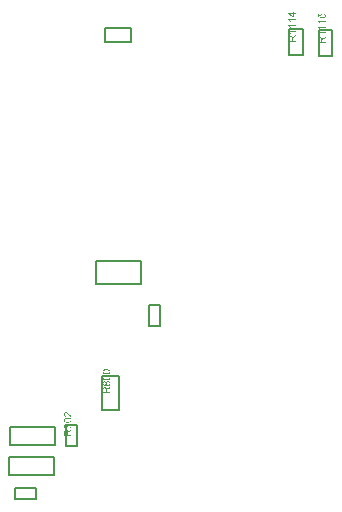
<source format=gbr>
%FSTAX23Y23*%
%MOIN*%
%SFA1B1*%

%IPPOS*%
%ADD139C,0.007874*%
%LNx98_carrier_v1r2_12082022_top_assembly-1*%
%LPD*%
G36*
X00231Y00318D02*
X00231D01*
X00231*
X00231*
X0023Y00318*
X0023Y00318*
X0023Y00318*
X00229Y00319*
X00229Y00319*
X00229*
X00229Y00319*
X00229Y00319*
X00228Y00319*
X00228Y00319*
X00227Y00319*
X00227Y0032*
X00226Y0032*
X00226Y00321*
X00226*
X00225Y00321*
X00225Y00321*
X00225Y00321*
X00224Y00322*
X00224Y00322*
X00223Y00323*
X00223Y00324*
X00222Y00325*
X00222Y00325*
X00222Y00325*
X00221Y00325*
X00221Y00325*
X00221Y00326*
X00221Y00326*
X0022Y00327*
X0022Y00327*
X00219Y00328*
X00218Y00329*
X00218Y00329*
X00217Y0033*
X00217Y0033*
X00216Y0033*
X00216*
X00216Y0033*
X00216Y0033*
X00216Y00331*
X00216Y00331*
X00215Y00331*
X00215Y00331*
X00214Y00332*
X00213Y00332*
X00213Y00332*
X00213*
X00213*
X00212Y00332*
X00212Y00332*
X00212Y00332*
X00211Y00332*
X00211Y00331*
X0021Y00331*
X0021Y0033*
X0021Y0033*
X00209Y0033*
X00209Y0033*
X00209Y0033*
X00209Y00329*
X00208Y00328*
X00208Y00328*
X00208Y00327*
Y00327*
X00208Y00327*
X00208Y00326*
X00208Y00326*
X00209Y00325*
X00209Y00325*
X00209Y00324*
X0021Y00323*
X0021Y00323*
X0021Y00323*
X0021Y00323*
X00211Y00323*
X00211Y00323*
X00212Y00322*
X00213Y00322*
X00213Y00322*
X00213Y00319*
X00213*
X00213Y00319*
X00213*
X00212Y00319*
X00212Y00319*
X00212Y00319*
X00211Y00319*
X00211Y00319*
X0021Y0032*
X00209Y0032*
X00209Y0032*
X00208Y00321*
X00208Y00321*
X00208Y00321*
X00208Y00321*
X00208Y00321*
X00207Y00322*
X00207Y00322*
X00207Y00322*
X00207Y00322*
X00207Y00323*
X00207Y00323*
X00207Y00323*
X00206Y00324*
X00206Y00324*
X00206Y00325*
X00206Y00325*
X00206Y00326*
X00206Y00326*
X00206Y00327*
Y00327*
X00206Y00328*
X00206Y00328*
X00206Y00328*
X00206Y00329*
X00206Y00329*
X00206Y0033*
X00207Y00331*
X00207Y00332*
X00207Y00332*
X00207Y00332*
X00208Y00333*
X00208Y00333*
X00208Y00333*
X00208Y00333*
X00208Y00333*
X00208Y00333*
X00209Y00334*
X00209Y00334*
X00209Y00334*
X0021Y00334*
X00211Y00335*
X00211Y00335*
X00212Y00335*
X00212Y00335*
X00213Y00335*
X00213*
X00213*
X00213Y00335*
X00214Y00335*
X00214Y00335*
X00215Y00335*
X00215Y00335*
X00216Y00334*
X00216Y00334*
X00216Y00334*
X00216Y00334*
X00217Y00334*
X00217Y00334*
X00218Y00333*
X00218Y00333*
X00219Y00332*
X00219Y00332*
X00219Y00332*
X00219Y00332*
X00219Y00332*
X0022Y00331*
X0022Y00331*
X0022Y00331*
X00221Y0033*
X00221Y0033*
X00221Y0033*
X00222Y00329*
X00222Y00329*
X00223Y00328*
X00223Y00328*
X00223Y00327*
X00223Y00327*
X00223Y00327*
X00224Y00327*
X00224Y00327*
X00224Y00327*
X00225Y00326*
X00225Y00325*
X00226Y00325*
X00226Y00324*
X00226Y00324*
X00226Y00324*
X00226Y00324*
X00227Y00324*
X00227Y00324*
X00227Y00323*
X00227Y00323*
X00227Y00323*
X00228Y00323*
Y00335*
X00231*
Y00318*
G37*
G36*
X0022Y00316D02*
X0022D01*
X00221Y00316*
X00221Y00316*
X00222Y00315*
X00224Y00315*
X00225Y00315*
X00225Y00315*
X00226Y00315*
X00226*
X00226Y00315*
X00226Y00315*
X00226Y00315*
X00227Y00314*
X00227Y00314*
X00227Y00314*
X00228Y00314*
X00229Y00313*
X00229Y00313*
X0023Y00312*
Y00312*
X0023Y00312*
X0023Y00312*
X0023Y00312*
X0023Y00311*
X00231Y00311*
X00231Y00311*
X00231Y0031*
X00231Y00309*
X00231Y00308*
X00232Y00307*
Y00307*
X00231Y00307*
X00231Y00306*
X00231Y00306*
X00231Y00306*
X00231Y00305*
X00231Y00305*
X00231Y00304*
X00231Y00304*
X0023Y00303*
X0023Y00303*
X0023Y00302*
X00229Y00302*
X00229Y00302*
X00229Y00302*
X00229Y00302*
X00229Y00301*
X00228Y00301*
X00228Y00301*
X00228Y00301*
X00227Y00301*
X00226Y003*
X00226Y003*
X00225Y003*
X00224Y003*
X00223Y003*
X00222Y00299*
X00221Y00299*
X0022Y00299*
X00219Y00299*
X00219*
X00218*
X00218*
X00218*
X00218Y00299*
X00217*
X00217Y00299*
X00216Y00299*
X00215Y00299*
X00214Y003*
X00213Y003*
X00212Y003*
X00211Y003*
X00211*
X00211Y003*
X00211Y003*
X00211Y003*
X00211Y003*
X0021Y003*
X0021Y00301*
X00209Y00301*
X00209Y00302*
X00208Y00302*
X00207Y00303*
Y00303*
X00207Y00303*
X00207Y00303*
X00207Y00303*
X00207Y00303*
X00207Y00304*
X00206Y00304*
X00206Y00305*
X00206Y00306*
X00206Y00306*
X00206Y00307*
Y00308*
X00206Y00308*
X00206Y00309*
X00206Y00309*
X00206Y0031*
X00206Y0031*
X00207Y00311*
Y00311*
X00207Y00311*
X00207Y00311*
X00207Y00311*
X00207Y00312*
X00208Y00312*
X00208Y00313*
X00208Y00313*
X00209Y00313*
X00209Y00314*
X00209Y00314*
X0021Y00314*
X0021Y00314*
X00211Y00314*
X00211Y00315*
X00212Y00315*
X00213Y00315*
X00213*
X00213Y00315*
X00213Y00315*
X00213Y00315*
X00213Y00315*
X00214Y00315*
X00214Y00315*
X00214Y00315*
X00215Y00315*
X00215Y00315*
X00216Y00315*
X00216Y00316*
X00217Y00316*
X00217*
X00218Y00316*
X00219*
X00219*
X00219*
X00219*
X00219*
X0022Y00316*
G37*
G36*
X00224Y00296D02*
X00225Y00296D01*
X00225Y00296*
X00225Y00296*
X00226Y00296*
X00227Y00296*
X00227Y00295*
X00228Y00295*
X00228Y00295*
X00228Y00295*
X00229Y00294*
X00229Y00294*
X00229Y00294*
X00229Y00294*
X0023Y00294*
X0023Y00293*
X0023Y00293*
X0023Y00293*
X0023Y00293*
X0023Y00292*
X00231Y00292*
X00231Y00291*
X00231Y00291*
X00231Y0029*
X00231Y0029*
X00231Y00289*
X00231Y00289*
X00232Y00288*
Y00287*
X00231Y00287*
X00231Y00287*
X00231Y00287*
X00231Y00286*
X00231Y00286*
X00231Y00285*
X00231Y00284*
X00231Y00284*
X0023Y00283*
X0023Y00283*
X0023Y00282*
X00229Y00282*
X00229Y00282*
X00229Y00282*
X00229Y00282*
X00229Y00281*
X00229Y00281*
X00228Y00281*
X00228Y00281*
X00228Y00281*
X00227Y0028*
X00227Y0028*
X00226Y0028*
X00226Y0028*
X00225Y0028*
X00224Y0028*
X00224Y0028*
X00224*
X00224*
X00224*
X00223Y0028*
X00223*
X00223Y0028*
X00222Y0028*
X00222Y0028*
X00221Y0028*
X0022Y0028*
X0022Y00281*
X0022*
X0022Y00281*
X00219Y00281*
X00219Y00281*
X00219Y00282*
X00218Y00282*
X00218Y00283*
X00218Y00284*
X00217Y00284*
Y00284*
X00217Y00284*
X00217Y00284*
X00217Y00284*
X00217Y00284*
X00217Y00283*
X00217Y00283*
X00216Y00282*
X00216Y00282*
X00215Y00281*
X00215Y00281*
X00215Y00281*
X00215Y00281*
X00215Y00281*
X00214Y00281*
X00214Y00281*
X00213Y00281*
X00212Y00281*
X00212*
X00212*
X00212*
X00212Y00281*
X00212Y00281*
X00211Y00281*
X00211Y00281*
X0021Y00281*
X00209Y00281*
X00209Y00282*
X00208Y00282*
X00208Y00282*
X00208Y00283*
X00208Y00283*
X00208Y00283*
X00207Y00283*
X00207Y00283*
X00207Y00283*
X00207Y00283*
X00207Y00284*
X00207Y00284*
X00207Y00284*
X00206Y00285*
X00206Y00285*
X00206Y00286*
X00206Y00287*
X00206Y00287*
X00206Y00288*
Y00288*
X00206Y00288*
X00206Y00289*
X00206Y00289*
X00206Y00289*
X00206Y0029*
X00206Y00291*
X00207Y00291*
X00207Y00292*
X00207Y00292*
X00207Y00293*
X00208Y00293*
X00208Y00293*
X00208Y00293*
X00208Y00293*
X00208Y00293*
X00208Y00294*
X00208Y00294*
X00209Y00294*
X0021Y00294*
X0021Y00295*
X00211Y00295*
X00212Y00295*
X00212Y00295*
X00212*
X00212*
X00213*
X00213Y00295*
X00213Y00295*
X00214Y00295*
X00214Y00295*
X00215Y00295*
X00215Y00294*
X00216Y00294*
X00216Y00294*
X00216Y00294*
X00216Y00294*
X00217Y00293*
X00217Y00293*
X00217Y00292*
X00217Y00291*
Y00291*
X00217Y00292*
X00218Y00292*
X00218Y00292*
X00218Y00292*
X00218Y00293*
X00218Y00293*
X00219Y00294*
X00219Y00294*
X0022Y00295*
X0022*
X0022Y00295*
X0022Y00295*
X00221Y00295*
X00221Y00296*
X00222Y00296*
X00222Y00296*
X00223Y00296*
X00224Y00296*
X00224*
X00224*
X00224*
X00224Y00296*
G37*
G36*
X00231Y00273D02*
X00226Y0027D01*
X00226*
X00226Y0027*
X00226Y0027*
X00225Y0027*
X00225Y0027*
X00225Y00269*
X00224Y00269*
X00223Y00269*
X00223Y00268*
X00222Y00268*
X00222Y00268*
X00222Y00268*
X00222Y00267*
X00222Y00267*
X00221Y00267*
X00221Y00266*
X00221Y00266*
X00221Y00266*
X00221Y00266*
X00221Y00266*
X0022Y00266*
X0022Y00265*
X0022Y00265*
X0022Y00265*
Y00264*
X0022Y00264*
Y00264*
X0022Y00264*
X0022Y00264*
Y00264*
X0022Y00263*
Y00259*
X00231*
Y00255*
X00206*
Y00267*
X00206Y00267*
Y00268*
X00206Y00269*
X00206Y00269*
X00206Y0027*
X00206Y00271*
X00206Y00271*
X00207Y00272*
Y00272*
X00207Y00272*
X00207Y00272*
X00207Y00272*
X00207Y00273*
X00207Y00273*
X00208Y00274*
X00208Y00274*
X00209Y00275*
X00209*
X00209Y00275*
X00209Y00275*
X0021Y00275*
X0021Y00275*
X00211Y00275*
X00211Y00275*
X00212Y00276*
X00213Y00276*
X00213*
X00213*
X00213*
X00213Y00276*
X00213*
X00214Y00276*
X00214Y00275*
X00215Y00275*
X00216Y00275*
X00217Y00274*
X00217Y00274*
X00217Y00274*
X00217Y00274*
X00217Y00274*
X00217Y00274*
X00218Y00274*
X00218Y00273*
X00218Y00273*
X00218Y00273*
X00218Y00273*
X00218Y00272*
X00219Y00272*
X00219Y00271*
X00219Y00271*
X00219Y0027*
X00219Y0027*
X00219Y00269*
X0022Y00269*
X0022Y00269*
X0022Y00269*
X0022Y00269*
X0022Y00269*
X0022Y0027*
X00221Y0027*
X00221Y00271*
X00221Y00271*
X00221Y00271*
X00221Y00271*
X00222Y00271*
X00222Y00272*
X00223Y00272*
X00223Y00273*
X00224Y00273*
X00231Y00278*
Y00273*
G37*
G36*
X0107Y01664D02*
X0107Y01664D01*
X01071Y01664*
X01071Y01664*
X01072Y01663*
X01072Y01663*
X01073Y01663*
X01074Y01663*
X01074Y01662*
X01075Y01662*
X01075Y01662*
X01075Y01662*
X01076Y01662*
X01076Y01661*
X01076Y01661*
X01076Y01661*
X01076Y01661*
X01077Y0166*
X01077Y0166*
X01077Y0166*
X01078Y01659*
X01078Y01658*
X01078Y01658*
X01078Y01657*
X01078Y01657*
X01078Y01656*
X01079Y01655*
Y01655*
X01078Y01655*
X01078Y01654*
X01078Y01654*
X01078Y01653*
X01078Y01653*
X01078Y01652*
X01078Y01651*
X01077Y01651*
X01077Y0165*
X01077Y0165*
X01077Y01649*
X01077Y01649*
X01077Y01649*
X01076Y01649*
X01076Y01649*
X01076Y01649*
X01076Y01649*
X01076Y01649*
X01075Y01648*
X01075Y01648*
X01074Y01648*
X01074Y01648*
X01073Y01647*
X01072Y01647*
X01071Y01647*
X01071Y0165*
X01071*
X01071*
X01071Y0165*
X01072Y0165*
X01072Y0165*
X01073Y01651*
X01073Y01651*
X01074Y01651*
X01074Y01651*
X01075Y01652*
X01075Y01652*
X01075Y01652*
X01075Y01652*
X01075Y01653*
X01076Y01653*
X01076Y01654*
X01076Y01654*
X01076Y01655*
Y01655*
X01076Y01655*
X01076Y01656*
X01076Y01656*
X01076Y01657*
X01075Y01658*
X01075Y01658*
X01075Y01659*
X01074Y01659*
X01074Y01659*
X01074Y01659*
X01074Y01659*
X01074Y01659*
X01074Y01659*
X01073Y0166*
X01072Y0166*
X01072Y0166*
X01071Y0166*
X0107Y0166*
X0107*
X0107*
X0107*
X0107*
X01069Y0166*
X01069*
X01069Y0166*
X01068Y0166*
X01068Y0166*
X01067Y0166*
X01066Y01659*
X01066Y01659*
X01066*
X01066Y01659*
X01065Y01659*
X01065Y01658*
X01065Y01658*
X01065Y01657*
X01064Y01657*
X01064Y01656*
X01064Y01655*
Y01655*
X01064Y01655*
X01064Y01654*
X01064Y01654*
X01064Y01653*
X01065Y01653*
X01065Y01652*
X01065Y01652*
X01065Y01652*
X01065Y01652*
X01065Y01652*
X01066Y01651*
X01066Y01651*
X01066Y01651*
X01067Y0165*
X01066Y01648*
X01053Y0165*
Y01663*
X01056*
Y01652*
X01063Y01651*
X01063Y01651*
X01063Y01651*
X01063Y01651*
X01063Y01651*
X01063Y01652*
X01062Y01652*
X01062Y01653*
X01062Y01653*
X01062Y01654*
X01061Y01655*
X01061Y01655*
Y01656*
X01061Y01656*
X01061Y01657*
X01061Y01657*
X01062Y01657*
X01062Y01658*
X01062Y01659*
X01062Y01659*
X01062Y0166*
X01063Y0166*
X01063Y01661*
X01063Y01661*
X01064Y01661*
X01064Y01661*
X01064Y01662*
X01064Y01662*
X01064Y01662*
X01064Y01662*
X01065Y01662*
X01065Y01662*
X01065Y01663*
X01066Y01663*
X01066Y01663*
X01067Y01663*
X01067Y01663*
X01068Y01663*
X01068Y01664*
X01069Y01664*
X0107Y01664*
X0107*
X0107*
X0107*
X0107Y01664*
G37*
G36*
X01078Y01636D02*
X01058D01*
X01058Y01636*
X01059Y01636*
X01059Y01636*
X01059Y01635*
X01059Y01635*
X0106Y01634*
X0106Y01634*
X01061Y01633*
Y01633*
X01061Y01633*
X01061Y01633*
X01061Y01632*
X01061Y01632*
X01061Y01631*
X01062Y01631*
X01062Y0163*
X01062Y0163*
X01059*
Y0163*
X01059Y0163*
X01059Y0163*
X01059Y0163*
X01059Y0163*
X01059Y01631*
X01058Y01631*
X01058Y01632*
X01057Y01633*
X01057Y01634*
X01056Y01634*
X01056Y01634*
X01056Y01634*
X01056Y01634*
X01056Y01635*
X01055Y01635*
X01055Y01635*
X01055Y01636*
X01054Y01636*
X01053Y01637*
X01053Y01637*
Y01639*
X01078*
Y01636*
G37*
G36*
Y01616D02*
X01058D01*
X01058Y01616*
X01059Y01616*
X01059Y01616*
X01059Y01616*
X01059Y01615*
X0106Y01615*
X0106Y01614*
X01061Y01613*
Y01613*
X01061Y01613*
X01061Y01613*
X01061Y01613*
X01061Y01612*
X01061Y01612*
X01062Y01611*
X01062Y01611*
X01062Y0161*
X01059*
Y0161*
X01059Y0161*
X01059Y0161*
X01059Y01611*
X01059Y01611*
X01059Y01611*
X01058Y01612*
X01058Y01612*
X01057Y01613*
X01057Y01614*
X01056Y01615*
X01056Y01615*
X01056Y01615*
X01056Y01615*
X01056Y01615*
X01055Y01615*
X01055Y01616*
X01055Y01616*
X01054Y01617*
X01053Y01617*
X01053Y01617*
Y01619*
X01078*
Y01616*
G37*
G36*
Y01597D02*
X01058D01*
X01058Y01597*
X01059Y01597*
X01059Y01596*
X01059Y01596*
X01059Y01596*
X0106Y01595*
X0106Y01595*
X01061Y01594*
Y01594*
X01061Y01594*
X01061Y01594*
X01061Y01593*
X01061Y01593*
X01061Y01592*
X01062Y01592*
X01062Y01591*
X01062Y01591*
X01059*
Y01591*
X01059Y01591*
X01059Y01591*
X01059Y01591*
X01059Y01591*
X01059Y01592*
X01058Y01592*
X01058Y01593*
X01057Y01594*
X01057Y01594*
X01056Y01595*
X01056Y01595*
X01056Y01595*
X01056Y01595*
X01056Y01595*
X01055Y01596*
X01055Y01596*
X01055Y01597*
X01054Y01597*
X01053Y01598*
X01053Y01598*
Y016*
X01078*
Y01597*
G37*
G36*
Y01582D02*
X01073Y01579D01*
X01073*
X01073Y01579*
X01073Y01579*
X01072Y01579*
X01072Y01578*
X01072Y01578*
X01071Y01578*
X0107Y01577*
X0107Y01577*
X01069Y01576*
X01069Y01576*
X01069Y01576*
X01069Y01576*
X01069Y01576*
X01068Y01575*
X01068Y01575*
X01068Y01575*
X01068Y01575*
X01068Y01575*
X01068Y01574*
X01067Y01574*
X01067Y01574*
X01067Y01574*
X01067Y01573*
Y01573*
X01067Y01573*
Y01573*
X01067Y01573*
X01067Y01572*
Y01572*
X01067Y01572*
Y01568*
X01078*
Y01564*
X01053*
Y01576*
X01053Y01576*
Y01576*
X01053Y01577*
X01053Y01578*
X01053Y01579*
X01053Y0158*
X01053Y0158*
X01054Y0158*
Y0158*
X01054Y01581*
X01054Y01581*
X01054Y01581*
X01054Y01581*
X01054Y01582*
X01055Y01582*
X01055Y01583*
X01056Y01583*
X01056*
X01056Y01583*
X01056Y01583*
X01057Y01584*
X01057Y01584*
X01058Y01584*
X01058Y01584*
X01059Y01584*
X0106Y01584*
X0106*
X0106*
X0106*
X0106Y01584*
X0106*
X01061Y01584*
X01061Y01584*
X01062Y01584*
X01063Y01584*
X01064Y01583*
X01064Y01583*
X01064Y01583*
X01064Y01583*
X01064Y01582*
X01064Y01582*
X01065Y01582*
X01065Y01582*
X01065Y01582*
X01065Y01582*
X01065Y01581*
X01065Y01581*
X01066Y0158*
X01066Y0158*
X01066Y0158*
X01066Y01579*
X01066Y01578*
X01066Y01578*
X01067Y01577*
X01067Y01577*
X01067Y01577*
X01067Y01578*
X01067Y01578*
X01067Y01579*
X01068Y01579*
X01068Y01579*
X01068Y01579*
X01068Y01579*
X01068Y0158*
X01069Y0158*
X01069Y01581*
X0107Y01581*
X0107Y01581*
X01071Y01582*
X01078Y01586*
Y01582*
G37*
G36*
X00973Y01665D02*
X0098D01*
Y01662*
X00973*
Y01651*
X00971*
X00954Y01662*
Y01665*
X00971*
Y01668*
X00973*
Y01665*
G37*
G36*
X0098Y01641D02*
X0096D01*
X0096Y01641*
X0096Y0164*
X0096Y0164*
X0096Y0164*
X00961Y01639*
X00961Y01639*
X00962Y01638*
X00962Y01638*
Y01638*
X00962Y01638*
X00962Y01637*
X00962Y01637*
X00963Y01637*
X00963Y01636*
X00963Y01636*
X00963Y01635*
X00964Y01634*
X00961*
Y01635*
X0096Y01635*
X0096Y01635*
X0096Y01635*
X0096Y01635*
X0096Y01635*
X0096Y01636*
X00959Y01637*
X00959Y01637*
X00958Y01638*
X00958Y01639*
X00958Y01639*
X00958Y01639*
X00957Y01639*
X00957Y01639*
X00957Y0164*
X00956Y0164*
X00956Y01641*
X00955Y01641*
X00955Y01641*
X00954Y01642*
Y01644*
X0098*
Y01641*
G37*
G36*
Y01621D02*
X0096D01*
X0096Y01621*
X0096Y01621*
X0096Y01621*
X0096Y0162*
X00961Y0162*
X00961Y01619*
X00962Y01619*
X00962Y01618*
Y01618*
X00962Y01618*
X00962Y01618*
X00962Y01617*
X00963Y01617*
X00963Y01617*
X00963Y01616*
X00963Y01615*
X00964Y01615*
X00961*
Y01615*
X0096Y01615*
X0096Y01615*
X0096Y01615*
X0096Y01616*
X0096Y01616*
X0096Y01616*
X00959Y01617*
X00959Y01618*
X00958Y01619*
X00958Y01619*
X00958Y01619*
X00958Y01619*
X00957Y0162*
X00957Y0162*
X00957Y0162*
X00956Y0162*
X00956Y01621*
X00955Y01621*
X00955Y01622*
X00954Y01622*
Y01624*
X0098*
Y01621*
G37*
G36*
Y01601D02*
X0096D01*
X0096Y01601*
X0096Y01601*
X0096Y01601*
X0096Y01601*
X00961Y016*
X00961Y016*
X00962Y01599*
X00962Y01599*
Y01599*
X00962Y01598*
X00962Y01598*
X00962Y01598*
X00963Y01597*
X00963Y01597*
X00963Y01596*
X00963Y01596*
X00964Y01595*
X00961*
Y01595*
X0096Y01595*
X0096Y01596*
X0096Y01596*
X0096Y01596*
X0096Y01596*
X0096Y01597*
X00959Y01598*
X00959Y01598*
X00958Y01599*
X00958Y016*
X00958Y016*
X00958Y016*
X00957Y016*
X00957Y016*
X00957Y016*
X00956Y01601*
X00956Y01601*
X00955Y01602*
X00955Y01602*
X00954Y01603*
Y01605*
X0098*
Y01601*
G37*
G36*
Y01587D02*
X00974Y01584D01*
X00974*
X00974Y01583*
X00974Y01583*
X00974Y01583*
X00973Y01583*
X00973Y01583*
X00972Y01582*
X00972Y01582*
X00971Y01581*
X00971Y01581*
X00971Y01581*
X00971Y01581*
X0097Y01581*
X0097Y01581*
X0097Y0158*
X00969Y0158*
X00969Y01579*
X00969Y01579*
X00969Y01579*
X00969Y01579*
X00969Y01579*
X00969Y01579*
X00969Y01578*
X00968Y01578*
Y01578*
X00968Y01578*
Y01578*
X00968Y01577*
X00968Y01577*
Y01577*
X00968Y01576*
Y01572*
X0098*
Y01569*
X00954*
Y01581*
X00954Y01581*
Y01581*
X00954Y01582*
X00954Y01583*
X00955Y01584*
X00955Y01584*
X00955Y01585*
X00955Y01585*
Y01585*
X00955Y01585*
X00955Y01585*
X00955Y01586*
X00956Y01586*
X00956Y01587*
X00956Y01587*
X00957Y01587*
X00957Y01588*
X00957*
X00957Y01588*
X00958Y01588*
X00958Y01588*
X00959Y01588*
X00959Y01589*
X0096Y01589*
X0096Y01589*
X00961Y01589*
X00961*
X00961*
X00961*
X00962Y01589*
X00962*
X00962Y01589*
X00963Y01589*
X00963Y01589*
X00964Y01588*
X00965Y01588*
X00965Y01588*
X00966Y01587*
X00966Y01587*
X00966Y01587*
X00966Y01587*
X00966Y01587*
X00966Y01587*
X00966Y01586*
X00967Y01586*
X00967Y01586*
X00967Y01586*
X00967Y01585*
X00967Y01585*
X00967Y01584*
X00968Y01584*
X00968Y01583*
X00968Y01583*
X00968Y01582*
X00968Y01582*
X00968Y01582*
X00968Y01582*
X00968Y01583*
X00969Y01583*
X00969Y01584*
X00969Y01584*
X00969Y01584*
X0097Y01584*
X0097Y01584*
X0097Y01585*
X00971Y01585*
X00971Y01586*
X00972Y01586*
X00973Y01587*
X0098Y01591*
Y01587*
G37*
G36*
X00349Y00477D02*
X00349D01*
X00349Y00477*
X0035Y00477*
X00351Y00477*
X00352Y00477*
X00353Y00477*
X00354Y00476*
X00355Y00476*
X00355*
X00355Y00476*
X00355Y00476*
X00355Y00476*
X00355Y00476*
X00356Y00476*
X00356Y00476*
X00357Y00475*
X00358Y00475*
X00358Y00474*
X00359Y00474*
Y00474*
X00359Y00473*
X00359Y00473*
X00359Y00473*
X00359Y00473*
X00359Y00473*
X0036Y00472*
X0036Y00472*
X0036Y00471*
X0036Y0047*
X0036Y00469*
Y00469*
X0036Y00468*
X0036Y00468*
X0036Y00468*
X0036Y00467*
X0036Y00467*
X0036Y00466*
X0036Y00466*
X00359Y00465*
X00359Y00465*
X00359Y00465*
X00359Y00464*
X00358Y00464*
X00358Y00463*
X00358Y00463*
X00358Y00463*
X00357Y00463*
X00357Y00463*
X00357Y00463*
X00356Y00462*
X00356Y00462*
X00355Y00462*
X00355Y00462*
X00354Y00462*
X00353Y00461*
X00352Y00461*
X00351Y00461*
X0035Y00461*
X00349Y00461*
X00347Y00461*
X00347*
X00347*
X00347*
X00347*
X00346Y00461*
X00346*
X00345Y00461*
X00345Y00461*
X00344Y00461*
X00342Y00461*
X00341Y00461*
X00341Y00462*
X0034Y00462*
X0034*
X0034Y00462*
X0034Y00462*
X0034Y00462*
X0034Y00462*
X00339Y00462*
X00339Y00462*
X00338Y00463*
X00337Y00463*
X00337Y00464*
X00336Y00464*
Y00464*
X00336Y00464*
X00336Y00465*
X00336Y00465*
X00336Y00465*
X00336Y00465*
X00335Y00466*
X00335Y00466*
X00335Y00467*
X00335Y00468*
X00335Y00469*
Y00469*
X00335Y0047*
X00335Y0047*
X00335Y00471*
X00335Y00471*
X00335Y00472*
X00335Y00473*
Y00473*
X00335Y00473*
X00335Y00473*
X00336Y00473*
X00336Y00473*
X00336Y00474*
X00337Y00474*
X00337Y00475*
X00338Y00475*
X00338Y00475*
X00338Y00475*
X00338Y00475*
X00339Y00476*
X00339Y00476*
X0034Y00476*
X00341Y00476*
X00341Y00477*
X00342*
X00342Y00477*
X00342Y00477*
X00342Y00477*
X00342Y00477*
X00342Y00477*
X00343Y00477*
X00343Y00477*
X00343Y00477*
X00344Y00477*
X00344Y00477*
X00345Y00477*
X00345Y00477*
X00346*
X00347Y00477*
X00347*
X00347*
X00348*
X00348*
X00348*
X00349Y00477*
G37*
G36*
Y00458D02*
X00349D01*
X00349Y00458*
X0035Y00458*
X00351Y00457*
X00352Y00457*
X00353Y00457*
X00354Y00457*
X00355Y00457*
X00355*
X00355Y00457*
X00355Y00457*
X00355Y00457*
X00355Y00456*
X00356Y00456*
X00356Y00456*
X00357Y00456*
X00358Y00455*
X00358Y00455*
X00359Y00454*
Y00454*
X00359Y00454*
X00359Y00454*
X00359Y00454*
X00359Y00453*
X00359Y00453*
X0036Y00453*
X0036Y00452*
X0036Y00451*
X0036Y0045*
X0036Y00449*
Y00449*
X0036Y00449*
X0036Y00448*
X0036Y00448*
X0036Y00448*
X0036Y00447*
X0036Y00447*
X0036Y00446*
X00359Y00446*
X00359Y00445*
X00359Y00445*
X00359Y00444*
X00358Y00444*
X00358Y00444*
X00358Y00444*
X00358Y00444*
X00357Y00443*
X00357Y00443*
X00357Y00443*
X00356Y00443*
X00356Y00443*
X00355Y00442*
X00355Y00442*
X00354Y00442*
X00353Y00442*
X00352Y00442*
X00351Y00441*
X0035Y00441*
X00349Y00441*
X00347Y00441*
X00347*
X00347*
X00347*
X00347*
X00346Y00441*
X00346*
X00345Y00441*
X00345Y00441*
X00344Y00441*
X00342Y00442*
X00341Y00442*
X00341Y00442*
X0034Y00442*
X0034*
X0034Y00442*
X0034Y00442*
X0034Y00442*
X0034Y00442*
X00339Y00442*
X00339Y00443*
X00338Y00443*
X00337Y00444*
X00337Y00444*
X00336Y00445*
Y00445*
X00336Y00445*
X00336Y00445*
X00336Y00445*
X00336Y00445*
X00336Y00446*
X00335Y00446*
X00335Y00447*
X00335Y00448*
X00335Y00448*
X00335Y00449*
Y0045*
X00335Y0045*
X00335Y00451*
X00335Y00451*
X00335Y00452*
X00335Y00452*
X00335Y00453*
Y00453*
X00335Y00453*
X00335Y00453*
X00336Y00453*
X00336Y00454*
X00336Y00454*
X00337Y00455*
X00337Y00455*
X00338Y00455*
X00338Y00456*
X00338Y00456*
X00338Y00456*
X00339Y00456*
X00339Y00456*
X0034Y00457*
X00341Y00457*
X00341Y00457*
X00342*
X00342Y00457*
X00342Y00457*
X00342Y00457*
X00342Y00457*
X00342Y00457*
X00343Y00457*
X00343Y00457*
X00343Y00457*
X00344Y00457*
X00344Y00457*
X00345Y00458*
X00345Y00458*
X00346*
X00347Y00458*
X00347*
X00347*
X00348*
X00348*
X00348*
X00349Y00458*
G37*
G36*
X00353Y00438D02*
X00353Y00438D01*
X00354Y00438*
X00354Y00438*
X00355Y00438*
X00355Y00438*
X00356Y00437*
X00356Y00437*
X00357Y00437*
X00357Y00437*
X00358Y00436*
X00358Y00436*
X00358Y00436*
X00358Y00436*
X00358Y00436*
X00358Y00435*
X00359Y00435*
X00359Y00435*
X00359Y00435*
X00359Y00434*
X00359Y00434*
X0036Y00433*
X0036Y00433*
X0036Y00432*
X0036Y00432*
X0036Y00431*
X0036Y00431*
X0036Y0043*
Y00429*
X0036Y00429*
X0036Y00429*
X0036Y00429*
X0036Y00428*
X0036Y00428*
X0036Y00427*
X0036Y00426*
X00359Y00426*
X00359Y00425*
X00359Y00425*
X00358Y00424*
X00358Y00424*
X00358Y00424*
X00358Y00424*
X00358Y00424*
X00358Y00423*
X00357Y00423*
X00357Y00423*
X00357Y00423*
X00357Y00423*
X00356Y00422*
X00356Y00422*
X00355Y00422*
X00354Y00422*
X00354Y00422*
X00353Y00422*
X00353Y00422*
X00353*
X00352*
X00352*
X00352Y00422*
X00352*
X00352Y00422*
X00351Y00422*
X0035Y00422*
X0035Y00422*
X00349Y00422*
X00348Y00423*
X00348*
X00348Y00423*
X00348Y00423*
X00348Y00423*
X00348Y00424*
X00347Y00424*
X00347Y00425*
X00346Y00426*
X00346Y00426*
Y00426*
X00346Y00426*
X00346Y00426*
X00346Y00426*
X00346Y00426*
X00346Y00425*
X00345Y00425*
X00345Y00424*
X00345Y00424*
X00344Y00423*
X00344Y00423*
X00344Y00423*
X00344Y00423*
X00343Y00423*
X00343Y00423*
X00342Y00423*
X00342Y00423*
X00341Y00423*
X00341*
X00341*
X00341*
X00341Y00423*
X0034Y00423*
X0034Y00423*
X00339Y00423*
X00339Y00423*
X00338Y00423*
X00338Y00424*
X00337Y00424*
X00337Y00424*
X00336Y00425*
X00336Y00425*
X00336Y00425*
X00336Y00425*
X00336Y00425*
X00336Y00425*
X00336Y00425*
X00336Y00426*
X00335Y00426*
X00335Y00426*
X00335Y00427*
X00335Y00427*
X00335Y00428*
X00335Y00429*
X00335Y00429*
X00335Y0043*
Y0043*
X00335Y0043*
X00335Y00431*
X00335Y00431*
X00335Y00431*
X00335Y00432*
X00335Y00433*
X00335Y00433*
X00336Y00434*
X00336Y00434*
X00336Y00435*
X00336Y00435*
X00336Y00435*
X00337Y00435*
X00337Y00435*
X00337Y00435*
X00337Y00436*
X00337Y00436*
X00338Y00436*
X00338Y00436*
X00339Y00437*
X0034Y00437*
X00341Y00437*
X00341Y00437*
X00341*
X00341*
X00341*
X00342Y00437*
X00342Y00437*
X00343Y00437*
X00343Y00437*
X00344Y00437*
X00344Y00436*
X00344Y00436*
X00344Y00436*
X00345Y00436*
X00345Y00436*
X00345Y00435*
X00346Y00435*
X00346Y00434*
X00346Y00433*
Y00433*
X00346Y00434*
X00346Y00434*
X00346Y00434*
X00347Y00434*
X00347Y00435*
X00347Y00435*
X00348Y00436*
X00348Y00436*
X00349Y00437*
X00349*
X00349Y00437*
X00349Y00437*
X00349Y00437*
X0035Y00438*
X0035Y00438*
X00351Y00438*
X00352Y00438*
X00353Y00438*
X00353*
X00353*
X00353*
X00353Y00438*
G37*
G36*
X0036Y00415D02*
X00355Y00412D01*
X00355*
X00354Y00412*
X00354Y00412*
X00354Y00412*
X00354Y00412*
X00353Y00411*
X00353Y00411*
X00352Y00411*
X00352Y0041*
X00351Y0041*
X00351Y0041*
X00351Y0041*
X00351Y00409*
X0035Y00409*
X0035Y00409*
X0035Y00408*
X00349Y00408*
X00349Y00408*
X00349Y00408*
X00349Y00408*
X00349Y00408*
X00349Y00407*
X00349Y00407*
X00349Y00407*
Y00406*
X00349Y00406*
Y00406*
X00349Y00406*
X00349Y00406*
Y00406*
X00349Y00405*
Y00401*
X0036*
Y00397*
X00335*
Y00409*
X00335Y00409*
Y0041*
X00335Y00411*
X00335Y00411*
X00335Y00412*
X00335Y00413*
X00335Y00413*
X00335Y00414*
Y00414*
X00335Y00414*
X00335Y00414*
X00336Y00414*
X00336Y00415*
X00336Y00415*
X00337Y00416*
X00337Y00416*
X00338Y00417*
X00338*
X00338Y00417*
X00338Y00417*
X00338Y00417*
X00339Y00417*
X00339Y00417*
X0034Y00417*
X00341Y00418*
X00342Y00418*
X00342*
X00342*
X00342*
X00342Y00418*
X00342*
X00342Y00418*
X00343Y00417*
X00344Y00417*
X00345Y00417*
X00345Y00416*
X00346Y00416*
X00346Y00416*
X00346Y00416*
X00346Y00416*
X00346Y00416*
X00346Y00416*
X00346Y00415*
X00347Y00415*
X00347Y00415*
X00347Y00415*
X00347Y00414*
X00347Y00414*
X00348Y00413*
X00348Y00413*
X00348Y00412*
X00348Y00412*
X00348Y00411*
X00348Y00411*
X00348Y00411*
X00348Y00411*
X00349Y00411*
X00349Y00411*
X00349Y00412*
X00349Y00412*
X0035Y00413*
X0035Y00413*
X0035Y00413*
X0035Y00413*
X00351Y00413*
X00351Y00414*
X00352Y00414*
X00352Y00415*
X00353Y00415*
X0036Y0042*
Y00415*
G37*
%LNx98_carrier_v1r2_12082022_top_assembly-2*%
%LPC*%
G36*
X0022Y00312D02*
X00219D01*
X00219*
X00219*
X00218*
X00218*
X00218Y00312*
X00217*
X00217Y00312*
X00216Y00312*
X00215Y00312*
X00214Y00312*
X00213Y00312*
X00213Y00312*
X00212Y00312*
X00211Y00311*
X00211Y00311*
X0021Y00311*
X0021*
X0021Y00311*
X0021Y00311*
X0021Y00311*
X0021Y0031*
X00209Y0031*
X00209Y00309*
X00209Y00309*
X00208Y00309*
X00208Y00308*
X00208Y00308*
X00208Y00307*
Y00307*
X00208Y00307*
X00208Y00307*
X00209Y00306*
X00209Y00306*
X00209Y00305*
X00209Y00305*
X0021Y00304*
X0021Y00304*
X0021Y00304*
X0021*
X0021Y00304*
X0021Y00304*
X00211Y00304*
X00211Y00304*
X00211Y00303*
X00212Y00303*
X00212Y00303*
X00213Y00303*
X00213Y00303*
X00214Y00303*
X00215Y00303*
X00216Y00302*
X00217Y00302*
X00218Y00302*
X00219Y00302*
X00219*
X00219*
X00219*
X0022Y00302*
X0022*
X00221Y00302*
X00221Y00302*
X00222Y00303*
X00223Y00303*
X00224Y00303*
X00225Y00303*
X00225Y00303*
X00226Y00303*
X00226Y00304*
X00227Y00304*
X00227*
X00227Y00304*
X00227Y00304*
X00228Y00304*
X00228Y00305*
X00228Y00305*
X00229Y00306*
X00229Y00307*
X00229Y00307*
X00229Y00307*
Y00308*
X00229Y00308*
X00229Y00308*
X00229Y00309*
X00228Y00309*
X00228Y0031*
X00228Y0031*
X00228Y0031*
X00227Y00311*
X00227Y00311*
X00227*
X00227Y00311*
X00227Y00311*
X00227Y00311*
X00226Y00311*
X00226Y00311*
X00226Y00312*
X00225Y00312*
X00225Y00312*
X00224Y00312*
X00223Y00312*
X00223Y00312*
X00222Y00312*
X00221Y00312*
X0022Y00312*
G37*
G36*
X00212Y00292D02*
X00212D01*
X00212*
X00212*
X00212Y00292*
X00211Y00292*
X00211Y00292*
X0021Y00291*
X0021Y00291*
X00209Y00291*
X00209Y00291*
X00209Y00291*
X00209Y0029*
X00209Y0029*
X00209Y0029*
X00208Y00289*
X00208Y00288*
X00208Y00288*
Y00288*
X00208Y00287*
X00208Y00287*
X00209Y00286*
X00209Y00286*
X00209Y00285*
X00209Y00285*
X0021Y00285*
X0021Y00285*
X0021Y00285*
X0021Y00284*
X00211Y00284*
X00211Y00284*
X00212Y00284*
X00212Y00284*
X00212*
X00212*
X00212Y00284*
X00213Y00284*
X00213Y00284*
X00214Y00284*
X00214Y00284*
X00215Y00285*
X00215Y00285*
X00215Y00285*
X00215Y00285*
X00215Y00285*
X00216Y00286*
X00216Y00286*
X00216Y00287*
X00216Y00287*
X00216Y00288*
Y00288*
X00216Y00288*
X00216Y00288*
X00216Y00289*
X00216Y00289*
X00216Y0029*
X00215Y0029*
X00215Y00291*
X00215Y00291*
X00215Y00291*
X00215Y00291*
X00214Y00291*
X00214Y00292*
X00213Y00292*
X00213Y00292*
X00212Y00292*
G37*
G36*
X00224Y00293D02*
X00224D01*
X00224*
X00224*
X00224Y00293*
X00223Y00293*
X00223Y00293*
X00222Y00293*
X00221Y00292*
X00221Y00292*
X0022Y00291*
X0022Y00291*
X0022Y00291*
X0022Y00291*
X00219Y0029*
X00219Y0029*
X00219Y00289*
X00219Y00289*
X00219Y00288*
Y00288*
X00219Y00287*
X00219Y00287*
X00219Y00286*
X00219Y00286*
X00219Y00285*
X0022Y00285*
X0022Y00284*
X0022Y00284*
X0022Y00284*
X00221Y00284*
X00221Y00283*
X00222Y00283*
X00222Y00283*
X00223Y00283*
X00224Y00283*
X00224*
X00224*
X00224Y00283*
X00225Y00283*
X00225Y00283*
X00225Y00283*
X00226Y00283*
X00226Y00283*
X00226Y00283*
X00227Y00283*
X00227Y00284*
X00227Y00284*
X00227Y00284*
X00228Y00284*
X00228Y00285*
X00228Y00285*
X00228Y00285*
X00228Y00285*
X00229Y00286*
X00229Y00286*
X00229Y00286*
X00229Y00287*
X00229Y00287*
X00229Y00288*
Y00288*
X00229Y00288*
X00229Y00289*
X00229Y00289*
X00229Y0029*
X00228Y0029*
X00228Y00291*
X00228Y00292*
X00227Y00292*
X00227Y00292*
X00227Y00292*
X00227Y00292*
X00226Y00293*
X00225Y00293*
X00225Y00293*
X00224Y00293*
G37*
G36*
X00213Y00272D02*
X00213D01*
X00213*
X00212Y00272*
X00212Y00272*
X00212Y00272*
X00211Y00272*
X00211Y00272*
X0021Y00271*
X0021Y00271*
X0021Y00271*
X0021Y00271*
X00209Y0027*
X00209Y0027*
X00209Y00269*
X00209Y00269*
X00209Y00268*
X00209Y00267*
Y00259*
X00217*
Y00266*
X00217Y00267*
X00217Y00267*
X00217Y00268*
X00217Y00268*
X00217Y00269*
X00217Y0027*
X00217Y0027*
X00216Y0027*
X00216Y0027*
X00216Y0027*
X00216Y00271*
X00216Y00271*
X00215Y00271*
X00215Y00272*
X00215Y00272*
X00215Y00272*
X00215Y00272*
X00214Y00272*
X00214Y00272*
X00214Y00272*
X00213Y00272*
X00213Y00272*
G37*
G36*
X0106Y01581D02*
X0106D01*
X0106*
X01059Y01581*
X01059Y01581*
X01059Y01581*
X01058Y01581*
X01058Y0158*
X01057Y0158*
X01057Y0158*
X01057Y01579*
X01057Y01579*
X01056Y01579*
X01056Y01579*
X01056Y01578*
X01056Y01577*
X01056Y01576*
X01056Y01575*
Y01568*
X01064*
Y01575*
X01064Y01575*
X01064Y01576*
X01064Y01577*
X01064Y01577*
X01064Y01578*
X01064Y01578*
X01064Y01578*
X01063Y01578*
X01063Y01579*
X01063Y01579*
X01063Y01579*
X01063Y0158*
X01062Y0158*
X01062Y0158*
X01062Y0158*
X01062Y0158*
X01062Y0158*
X01061Y01581*
X01061Y01581*
X01061Y01581*
X0106Y01581*
X0106Y01581*
G37*
G36*
X00971Y01662D02*
X00959D01*
X00971Y01654*
Y01662*
G37*
G36*
X00961Y01586D02*
X00961D01*
X00961*
X00961Y01586*
X00961Y01585*
X0096Y01585*
X0096Y01585*
X00959Y01585*
X00959Y01585*
X00958Y01584*
X00958Y01584*
X00958Y01584*
X00958Y01584*
X00958Y01583*
X00957Y01583*
X00957Y01582*
X00957Y01581*
X00957Y0158*
Y01572*
X00965*
Y0158*
X00965Y0158*
X00965Y01581*
X00965Y01581*
X00965Y01582*
X00965Y01582*
X00965Y01583*
X00965Y01583*
X00965Y01583*
X00965Y01583*
X00965Y01584*
X00964Y01584*
X00964Y01584*
X00964Y01585*
X00963Y01585*
X00963Y01585*
X00963Y01585*
X00963Y01585*
X00963Y01585*
X00962Y01585*
X00962Y01585*
X00962Y01586*
X00961Y01586*
G37*
G36*
X00349Y00474D02*
X00347D01*
X00347*
X00347*
X00347*
X00347*
X00346Y00474*
X00346*
X00345Y00474*
X00345Y00474*
X00344Y00474*
X00343Y00474*
X00342Y00474*
X00341Y00473*
X00341Y00473*
X0034Y00473*
X0034Y00473*
X00339Y00473*
X00339*
X00339Y00473*
X00339Y00472*
X00339Y00472*
X00338Y00472*
X00338Y00472*
X00338Y00471*
X00337Y0047*
X00337Y0047*
X00337Y0047*
X00337Y00469*
X00337Y00469*
Y00469*
X00337Y00469*
X00337Y00468*
X00337Y00468*
X00337Y00467*
X00338Y00467*
X00338Y00466*
X00338Y00466*
X00339Y00466*
X00339Y00465*
X00339*
X00339Y00465*
X00339Y00465*
X00339Y00465*
X0034Y00465*
X0034Y00465*
X0034Y00465*
X00341Y00465*
X00341Y00465*
X00342Y00464*
X00343Y00464*
X00343Y00464*
X00344Y00464*
X00345Y00464*
X00346Y00464*
X00347Y00464*
X00347*
X00348*
X00348*
X00348Y00464*
X00349*
X00349Y00464*
X0035Y00464*
X00351Y00464*
X00352Y00464*
X00353Y00464*
X00354Y00465*
X00354Y00465*
X00355Y00465*
X00355Y00465*
X00356Y00465*
X00356*
X00356Y00465*
X00356Y00466*
X00356Y00466*
X00357Y00466*
X00357Y00467*
X00357Y00468*
X00358Y00468*
X00358Y00469*
X00358Y00469*
Y00469*
X00358Y00469*
X00358Y0047*
X00357Y0047*
X00357Y00471*
X00357Y00471*
X00357Y00472*
X00356Y00472*
X00356Y00472*
X00356Y00473*
X00356*
X00356Y00473*
X00355Y00473*
X00355Y00473*
X00355Y00473*
X00355Y00473*
X00354Y00473*
X00354Y00473*
X00353Y00473*
X00353Y00474*
X00352Y00474*
X00351Y00474*
X0035Y00474*
X0035Y00474*
X00349Y00474*
G37*
G36*
Y00454D02*
X00347D01*
X00347*
X00347*
X00347*
X00347*
X00346Y00454*
X00346*
X00345Y00454*
X00345Y00454*
X00344Y00454*
X00343Y00454*
X00342Y00454*
X00341Y00454*
X00341Y00454*
X0034Y00453*
X0034Y00453*
X00339Y00453*
X00339*
X00339Y00453*
X00339Y00453*
X00339Y00453*
X00338Y00452*
X00338Y00452*
X00338Y00451*
X00337Y00451*
X00337Y00451*
X00337Y0045*
X00337Y0045*
X00337Y00449*
Y00449*
X00337Y00449*
X00337Y00449*
X00337Y00448*
X00337Y00448*
X00338Y00447*
X00338Y00447*
X00338Y00446*
X00339Y00446*
X00339Y00446*
X00339*
X00339Y00446*
X00339Y00446*
X00339Y00446*
X0034Y00446*
X0034Y00445*
X0034Y00445*
X00341Y00445*
X00341Y00445*
X00342Y00445*
X00343Y00445*
X00343Y00445*
X00344Y00444*
X00345Y00444*
X00346Y00444*
X00347Y00444*
X00347*
X00348*
X00348*
X00348Y00444*
X00349*
X00349Y00444*
X0035Y00444*
X00351Y00445*
X00352Y00445*
X00353Y00445*
X00354Y00445*
X00354Y00445*
X00355Y00445*
X00355Y00446*
X00356Y00446*
X00356*
X00356Y00446*
X00356Y00446*
X00356Y00446*
X00357Y00447*
X00357Y00447*
X00357Y00448*
X00358Y00449*
X00358Y00449*
X00358Y00449*
Y0045*
X00358Y0045*
X00358Y0045*
X00357Y00451*
X00357Y00451*
X00357Y00452*
X00357Y00452*
X00356Y00452*
X00356Y00453*
X00356Y00453*
X00356*
X00356Y00453*
X00355Y00453*
X00355Y00453*
X00355Y00453*
X00355Y00453*
X00354Y00454*
X00354Y00454*
X00353Y00454*
X00353Y00454*
X00352Y00454*
X00351Y00454*
X0035Y00454*
X0035Y00454*
X00349Y00454*
G37*
G36*
X00341Y00434D02*
X00341D01*
X00341*
X00341*
X0034Y00434*
X0034Y00434*
X0034Y00434*
X00339Y00433*
X00339Y00433*
X00338Y00433*
X00338Y00433*
X00338Y00433*
X00338Y00432*
X00338Y00432*
X00337Y00432*
X00337Y00431*
X00337Y0043*
X00337Y0043*
Y0043*
X00337Y00429*
X00337Y00429*
X00337Y00428*
X00338Y00428*
X00338Y00427*
X00338Y00427*
X00338Y00427*
X00338Y00427*
X00339Y00427*
X00339Y00426*
X00339Y00426*
X0034Y00426*
X0034Y00426*
X00341Y00426*
X00341*
X00341*
X00341Y00426*
X00342Y00426*
X00342Y00426*
X00342Y00426*
X00343Y00426*
X00343Y00427*
X00344Y00427*
X00344Y00427*
X00344Y00427*
X00344Y00427*
X00344Y00428*
X00345Y00428*
X00345Y00429*
X00345Y00429*
X00345Y0043*
Y0043*
X00345Y0043*
X00345Y0043*
X00345Y00431*
X00345Y00431*
X00345Y00432*
X00344Y00432*
X00344Y00433*
X00344Y00433*
X00344Y00433*
X00343Y00433*
X00343Y00433*
X00343Y00434*
X00342Y00434*
X00342Y00434*
X00341Y00434*
G37*
G36*
X00353Y00435D02*
X00353D01*
X00353*
X00352*
X00352Y00435*
X00352Y00435*
X00351Y00435*
X00351Y00435*
X0035Y00434*
X0035Y00434*
X00349Y00433*
X00349Y00433*
X00349Y00433*
X00349Y00433*
X00348Y00432*
X00348Y00432*
X00348Y00431*
X00348Y00431*
X00348Y0043*
Y0043*
X00348Y00429*
X00348Y00429*
X00348Y00428*
X00348Y00428*
X00348Y00427*
X00348Y00427*
X00349Y00426*
X00349Y00426*
X00349Y00426*
X0035Y00426*
X0035Y00425*
X0035Y00425*
X00351Y00425*
X00352Y00425*
X00353Y00425*
X00353*
X00353*
X00353Y00425*
X00353Y00425*
X00354Y00425*
X00354Y00425*
X00355Y00425*
X00355Y00425*
X00355Y00425*
X00355Y00425*
X00356Y00426*
X00356Y00426*
X00356Y00426*
X00356Y00426*
X00357Y00427*
X00357Y00427*
X00357Y00427*
X00357Y00427*
X00357Y00428*
X00357Y00428*
X00357Y00428*
X00358Y00429*
X00358Y00429*
X00358Y0043*
Y0043*
X00358Y0043*
X00358Y00431*
X00358Y00431*
X00357Y00432*
X00357Y00432*
X00357Y00433*
X00356Y00434*
X00356Y00434*
X00356Y00434*
X00356Y00434*
X00355Y00434*
X00355Y00435*
X00354Y00435*
X00353Y00435*
X00353Y00435*
G37*
G36*
X00342Y00414D02*
X00342D01*
X00341*
X00341Y00414*
X00341Y00414*
X0034Y00414*
X0034Y00414*
X0034Y00414*
X00339Y00413*
X00339Y00413*
X00339Y00413*
X00338Y00413*
X00338Y00412*
X00338Y00412*
X00338Y00411*
X00338Y00411*
X00337Y0041*
X00337Y00409*
Y00401*
X00346*
Y00408*
X00346Y00409*
X00346Y00409*
X00346Y0041*
X00346Y0041*
X00345Y00411*
X00345Y00412*
X00345Y00412*
X00345Y00412*
X00345Y00412*
X00345Y00412*
X00345Y00413*
X00344Y00413*
X00344Y00413*
X00344Y00414*
X00344Y00414*
X00344Y00414*
X00343Y00414*
X00343Y00414*
X00343Y00414*
X00342Y00414*
X00342Y00414*
X00342Y00414*
G37*
%LNx98_carrier_v1r2_12082022_top_assembly-3*%
%LPD*%
G54D139*
X00343Y01569D02*
X0043D01*
X00343D02*
Y01614D01*
X0043*
Y01569D02*
Y01614D01*
X00314Y0076D02*
Y00839D01*
Y0076D02*
X00464D01*
Y00839*
X00314D02*
X00464D01*
X00491Y00621D02*
X00525D01*
Y00692*
X00491D02*
X00525D01*
X00491Y00621D02*
Y00692D01*
X00214Y0022D02*
X00249D01*
Y00291*
X00214D02*
X00249D01*
X00214Y0022D02*
Y00291D01*
X00042Y00046D02*
Y00081D01*
Y00046D02*
X00113D01*
Y00081*
X00042D02*
X00113D01*
X01056Y01521D02*
X01101D01*
Y01608*
X01056D02*
X01101D01*
X01056Y01521D02*
Y01608D01*
X00957Y01525D02*
X01002D01*
Y01612*
X00957D02*
X01002D01*
X00957Y01525D02*
Y01612D01*
X00174Y00125D02*
Y00186D01*
X00024D02*
X00174D01*
X00024Y00125D02*
Y00186D01*
Y00125D02*
X00174D01*
X00176Y00224D02*
Y00285D01*
X00026D02*
X00176D01*
X00026Y00224D02*
Y00285D01*
Y00224D02*
X00176D01*
X00332Y0034D02*
X00388D01*
Y00455*
X00332D02*
X00388D01*
X00332Y0034D02*
Y00455D01*
M02*
</source>
